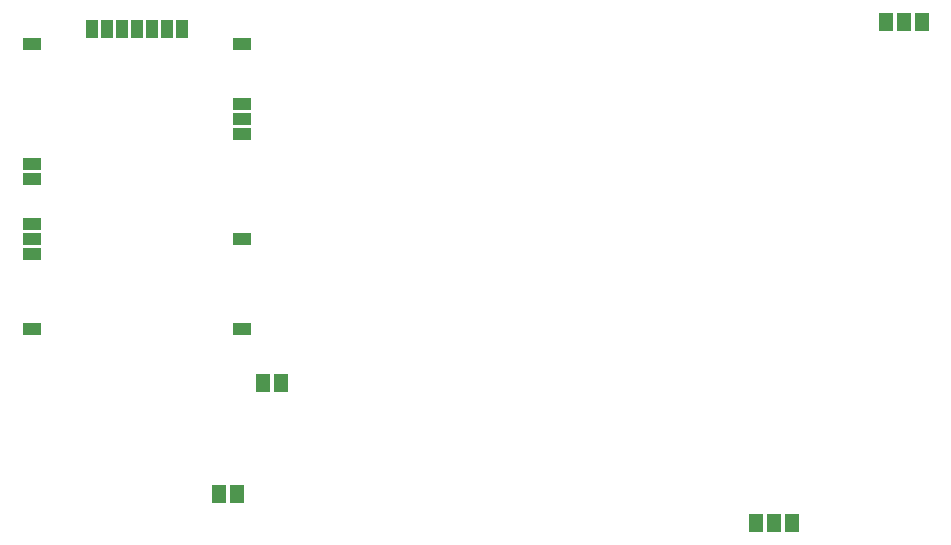
<source format=gbp>
G75*
%MOIN*%
%OFA0B0*%
%FSLAX25Y25*%
%IPPOS*%
%LPD*%
%AMOC8*
5,1,8,0,0,1.08239X$1,22.5*
%
%ADD10R,0.04600X0.06300*%
%ADD11R,0.06000X0.04000*%
%ADD12R,0.04000X0.06000*%
D10*
X0079698Y0026778D03*
X0085698Y0026778D03*
X0094131Y0063715D03*
X0100131Y0063715D03*
X0258531Y0017115D03*
X0264531Y0017115D03*
X0270531Y0017115D03*
X0301837Y0183831D03*
X0307837Y0183831D03*
X0313837Y0183831D03*
D11*
X0087131Y0176515D03*
X0087131Y0156515D03*
X0087131Y0151515D03*
X0087131Y0146515D03*
X0087131Y0111515D03*
X0087131Y0081515D03*
X0017131Y0081515D03*
X0017131Y0106515D03*
X0017131Y0111515D03*
X0017131Y0116515D03*
X0017131Y0131515D03*
X0017131Y0136515D03*
X0017131Y0176515D03*
D12*
X0037131Y0181515D03*
X0042131Y0181515D03*
X0047131Y0181515D03*
X0052131Y0181515D03*
X0057131Y0181515D03*
X0062131Y0181515D03*
X0067131Y0181515D03*
M02*

</source>
